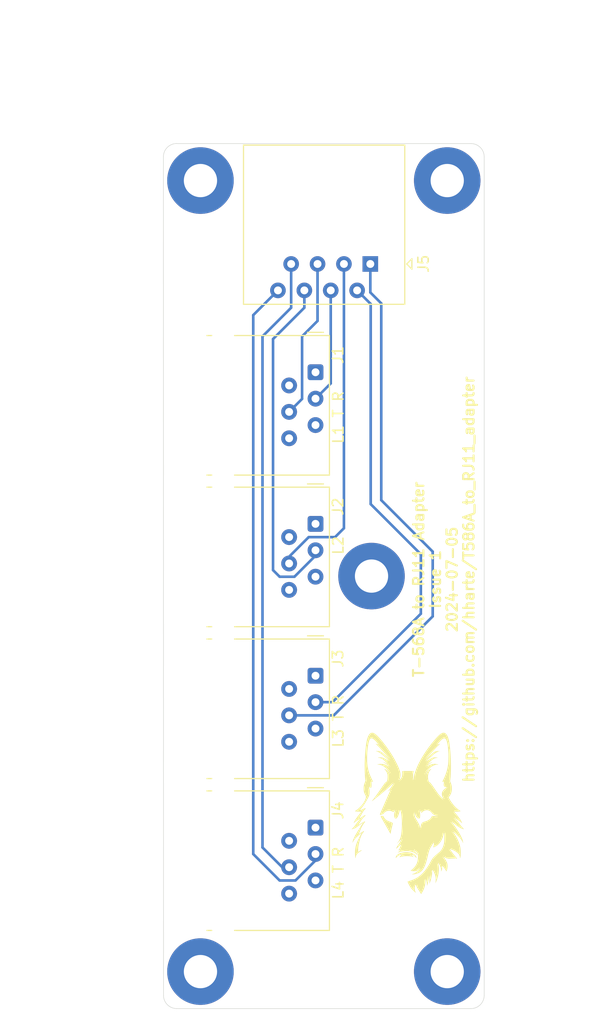
<source format=kicad_pcb>
(kicad_pcb (version 20240108) (generator "pcbnew") (generator_version "8.0")
  (title_block (title "T-568A to RJ11 Adapter") (date "2024-07-05") (rev "1") (company "Howard M. Harte") (comment 1 "https://github.com/hharte/T586A_to_RJ11_adapter"))
  (layers (0 "F.Cu" signal) (31 "B.Cu" signal) (34 "B.Paste" user) (35 "F.Paste" user) (36 "B.SilkS" user "B.Silkscreen") (37 "F.SilkS" user "F.Silkscreen") (38 "B.Mask" user) (39 "F.Mask" user) (44 "Edge.Cuts" user))
  (net 0 "")
  (net 1 "/BROWN_WH_RING")
  (net 2 "/GREEN_WH_RING")
  (net 3 "/WH_BLUE_TIP")
  (net 4 "/BLUE_WH_RING")
  (net 5 "/ORANGE_WH_RING")
  (net 6 "/WH_ORANGE_TIP")
  (net 7 "/WH_GREEN_TIP")
  (net 8 "/WH_BROWN_TIP")
  (footprint "Connector_RJ:RJ12_Amphenol_54601-x06_Horizontal" (layer "F.Cu") (at 98.11 105.733 -90)
    (property "Reference" "J3" (at -1.66 -2.16 90) (layer "F.SilkS"))
    (property "Value" "6P6C")
    (pad "" np_thru_hole circle (at -1.9 8.89 270) (size 3.25 3.25) (drill 3.25) (layers "*.Cu" "*.Mask"))
    (pad "" np_thru_hole circle (at 8.26 8.89 270) (size 3.25 3.25) (drill 3.25) (layers "*.Cu" "*.Mask"))
    (pad "1" thru_hole roundrect (at 0 0 270) (size 1.52 1.52) (drill 0.76) (layers "*.Cu" "*.Mask") (roundrect_rratio 0.1644736842))
    (pad "2" thru_hole circle (at 1.27 2.54 270) (size 1.52 1.52) (drill 0.76) (layers "*.Cu" "*.Mask"))
    (pad "3" thru_hole circle (at 2.54 0 270) (size 1.52 1.52) (drill 0.76) (layers "*.Cu" "*.Mask") (net 2 "/GREEN_WH_RING"))
    (pad "4" thru_hole circle (at 3.81 2.54 270) (size 1.52 1.52) (drill 0.76) (layers "*.Cu" "*.Mask") (net 7 "/WH_GREEN_TIP"))
    (pad "5" thru_hole circle (at 5.08 0 270) (size 1.52 1.52) (drill 0.76) (layers "*.Cu" "*.Mask"))
    (pad "6" thru_hole circle (at 6.35 2.54 270) (size 1.52 1.52) (drill 0.76) (layers "*.Cu" "*.Mask"))
  )
  (footprint "Connector_RJ:RJ12_Amphenol_54601-x06_Horizontal" (layer "F.Cu") (at 98.11 120.338 -90)
    (property "Reference" "J4" (at -1.66 -2.16 90) (layer "F.SilkS"))
    (property "Value" "6P6C")
    (pad "" np_thru_hole circle (at -1.9 8.89 270) (size 3.25 3.25) (drill 3.25) (layers "*.Cu" "*.Mask"))
    (pad "" np_thru_hole circle (at 8.26 8.89 270) (size 3.25 3.25) (drill 3.25) (layers "*.Cu" "*.Mask"))
    (pad "1" thru_hole roundrect (at 0 0 270) (size 1.52 1.52) (drill 0.76) (layers "*.Cu" "*.Mask") (roundrect_rratio 0.1644736842))
    (pad "2" thru_hole circle (at 1.27 2.54 270) (size 1.52 1.52) (drill 0.76) (layers "*.Cu" "*.Mask"))
    (pad "3" thru_hole circle (at 2.54 0 270) (size 1.52 1.52) (drill 0.76) (layers "*.Cu" "*.Mask") (net 1 "/BROWN_WH_RING"))
    (pad "4" thru_hole circle (at 3.81 2.54 270) (size 1.52 1.52) (drill 0.76) (layers "*.Cu" "*.Mask") (net 8 "/WH_BROWN_TIP"))
    (pad "5" thru_hole circle (at 5.08 0 270) (size 1.52 1.52) (drill 0.76) (layers "*.Cu" "*.Mask"))
    (pad "6" thru_hole circle (at 6.35 2.54 270) (size 1.52 1.52) (drill 0.76) (layers "*.Cu" "*.Mask"))
  )
  (footprint "MountingHole:MountingHole_3.2mm_M3_Pad" (layer "F.Cu") (at 110.787 58.113)
    (property "Reference" "H1" (hide yes))
    (property "Value" "MountingHole")
    (pad "1" thru_hole circle (at 0 0) (size 6.4 6.4) (drill 3.2) (layers "*.Cu" "*.Mask"))
  )
  (footprint "MountingHole:MountingHole_3.2mm_M3_Pad" (layer "F.Cu") (at 87.038 134.186)
    (property "Reference" "H4" (hide yes))
    (property "Value" "MountingHole")
    (pad "1" thru_hole circle (at 0 0) (size 6.4 6.4) (drill 3.2) (layers "*.Cu" "*.Mask"))
  )
  (footprint "MountingHole:MountingHole_3.2mm_M3_Pad" (layer "F.Cu") (at 110.787 134.186)
    (property "Reference" "H2" (hide yes))
    (property "Value" "MountingHole")
    (pad "1" thru_hole circle (at 0 0) (size 6.4 6.4) (drill 3.2) (layers "*.Cu" "*.Mask"))
  )
  (footprint "Connector_RJ:RJ12_Amphenol_54601-x06_Horizontal" (layer "F.Cu") (at 98.11 76.547 -90)
    (property "Reference" "J1" (at -1.66 -2.16 90) (layer "F.SilkS"))
    (property "Value" "6P6C")
    (pad "" np_thru_hole circle (at -1.9 8.89 270) (size 3.25 3.25) (drill 3.25) (layers "*.Cu" "*.Mask"))
    (pad "" np_thru_hole circle (at 8.26 8.89 270) (size 3.25 3.25) (drill 3.25) (layers "*.Cu" "*.Mask"))
    (pad "1" thru_hole roundrect (at 0 0 270) (size 1.52 1.52) (drill 0.76) (layers "*.Cu" "*.Mask") (roundrect_rratio 0.1644736842))
    (pad "2" thru_hole circle (at 1.27 2.54 270) (size 1.52 1.52) (drill 0.76) (layers "*.Cu" "*.Mask"))
    (pad "3" thru_hole circle (at 2.54 0 270) (size 1.52 1.52) (drill 0.76) (layers "*.Cu" "*.Mask") (net 4 "/BLUE_WH_RING"))
    (pad "4" thru_hole circle (at 3.81 2.54 270) (size 1.52 1.52) (drill 0.76) (layers "*.Cu" "*.Mask") (net 3 "/WH_BLUE_TIP"))
    (pad "5" thru_hole circle (at 5.08 0 270) (size 1.52 1.52) (drill 0.76) (layers "*.Cu" "*.Mask"))
    (pad "6" thru_hole circle (at 6.35 2.54 270) (size 1.52 1.52) (drill 0.76) (layers "*.Cu" "*.Mask"))
  )
  (footprint "Connector_RJ:RJ12_Amphenol_54601-x06_Horizontal" (layer "F.Cu") (at 98.11 91.128 -90)
    (property "Reference" "J2" (at -1.66 -2.16 90) (layer "F.SilkS"))
    (property "Value" "6P6C")
    (pad "" np_thru_hole circle (at -1.9 8.89 270) (size 3.25 3.25) (drill 3.25) (layers "*.Cu" "*.Mask"))
    (pad "" np_thru_hole circle (at 8.26 8.89 270) (size 3.25 3.25) (drill 3.25) (layers "*.Cu" "*.Mask"))
    (pad "1" thru_hole roundrect (at 0 0 270) (size 1.52 1.52) (drill 0.76) (layers "*.Cu" "*.Mask") (roundrect_rratio 0.1644736842))
    (pad "2" thru_hole circle (at 1.27 2.54 270) (size 1.52 1.52) (drill 0.76) (layers "*.Cu" "*.Mask"))
    (pad "3" thru_hole circle (at 2.54 0 270) (size 1.52 1.52) (drill 0.76) (layers "*.Cu" "*.Mask") (net 5 "/ORANGE_WH_RING"))
    (pad "4" thru_hole circle (at 3.81 2.54 270) (size 1.52 1.52) (drill 0.76) (layers "*.Cu" "*.Mask") (net 6 "/WH_ORANGE_TIP"))
    (pad "5" thru_hole circle (at 5.08 0 270) (size 1.52 1.52) (drill 0.76) (layers "*.Cu" "*.Mask"))
    (pad "6" thru_hole circle (at 6.35 2.54 270) (size 1.52 1.52) (drill 0.76) (layers "*.Cu" "*.Mask"))
  )
  (footprint "Connector_RJ:RJ45_Amphenol_54602-x08_Horizontal" (layer "F.Cu") (at 103.3855 66.134 180)
    (property "Reference" "J5" (at -5.1155 0.02 90) (layer "F.SilkS"))
    (property "Value" "8P8C")
    (pad "" np_thru_hole circle (at -1.27 6.35 180) (size 3.2 3.2) (drill 3.2) (layers "*.Cu" "*.Mask"))
    (pad "" np_thru_hole circle (at 10.16 6.35 180) (size 3.2 3.2) (drill 3.2) (layers "*.Cu" "*.Mask"))
    (pad "1" thru_hole rect (at 0 0 180) (size 1.5 1.5) (drill 0.76) (layers "*.Cu" "*.Mask") (net 7 "/WH_GREEN_TIP"))
    (pad "2" thru_hole circle (at 1.27 -2.54 180) (size 1.5 1.5) (drill 0.76) (layers "*.Cu" "*.Mask") (net 2 "/GREEN_WH_RING"))
    (pad "3" thru_hole circle (at 2.54 0 180) (size 1.5 1.5) (drill 0.76) (layers "*.Cu" "*.Mask") (net 6 "/WH_ORANGE_TIP"))
    (pad "4" thru_hole circle (at 3.81 -2.54 180) (size 1.5 1.5) (drill 0.76) (layers "*.Cu" "*.Mask") (net 4 "/BLUE_WH_RING"))
    (pad "5" thru_hole circle (at 5.08 0 180) (size 1.5 1.5) (drill 0.76) (layers "*.Cu" "*.Mask") (net 3 "/WH_BLUE_TIP"))
    (pad "6" thru_hole circle (at 6.35 -2.54 180) (size 1.5 1.5) (drill 0.76) (layers "*.Cu" "*.Mask") (net 5 "/ORANGE_WH_RING"))
    (pad "7" thru_hole circle (at 7.62 0 180) (size 1.5 1.5) (drill 0.76) (layers "*.Cu" "*.Mask") (net 8 "/WH_BROWN_TIP"))
    (pad "8" thru_hole circle (at 8.89 -2.54 180) (size 1.5 1.5) (drill 0.76) (layers "*.Cu" "*.Mask") (net 1 "/BROWN_WH_RING"))
  )
  (footprint "MountingHole:MountingHole_3.2mm_M3_Pad" (layer "F.Cu") (at 103.5 96.1495)
    (property "Reference" "H5" (hide yes))
    (property "Value" "MountingHole")
    (pad "1" thru_hole circle (at 0 0) (size 6.4 6.4) (drill 3.2) (layers "*.Cu" "*.Mask"))
  )
  (footprint "MountingHole:MountingHole_3.2mm_M3_Pad" (layer "F.Cu") (at 87.038 58.113)
    (property "Reference" "H3" (hide yes))
    (property "Value" "MountingHole")
    (pad "1" thru_hole circle (at 0 0) (size 6.4 6.4) (drill 3.2) (layers "*.Cu" "*.Mask"))
  )
  (footprint "Library:Deena" (layer "F.Cu") (at 106.977 119.073)
    (property "Reference" "Deena" (hide yes))
    (property "Value" "LOGO" (hide yes))
  )
  (gr_line (start 83.472974 55.836026) (end 83.482 136.472) (stroke (width 0.05)) (layer "Edge.Cuts"))
  (gr_arc (start 114.343 136.472) (mid 113.971026 137.370026) (end 113.073 137.742) (stroke (width 0.05)) (layer "Edge.Cuts"))
  (gr_line (start 113.073 54.557) (end 84.752 54.557) (stroke (width 0.05)) (layer "Edge.Cuts"))
  (gr_arc (start 83.472975 55.836026) (mid 83.844385 54.925767) (end 84.752 54.547943) (stroke (width 0.05)) (layer "Edge.Cuts"))
  (gr_line (start 114.343 136.472) (end 114.343 55.827) (stroke (width 0.05)) (layer "Edge.Cuts"))
  (gr_arc (start 84.752 137.742) (mid 83.853974 137.370026) (end 83.482 136.472) (stroke (width 0.05)) (layer "Edge.Cuts"))
  (gr_line (start 84.752 137.742) (end 113.073 137.742) (stroke (width 0.05)) (layer "Edge.Cuts"))
  (gr_arc (start 113.073 54.557) (mid 113.971026 54.928974) (end 114.343 55.827) (stroke (width 0.05)) (layer "Edge.Cuts"))
  (gr_text "L1 T R" (at 100.881 83.513 90) (layer "F.SilkS") (effects (font (size 1 1)) (justify left bottom)))
  (gr_text "L4 T R" (at 100.881 127.328 90) (layer "F.SilkS") (effects (font (size 1 1)) (justify left bottom)))
  (gr_text "T-568A to RJ11 Adapter\nIssue 1\n2024-07-05\nhttps://github.com/hharte/T586A_to_RJ11_adapter" (at 113.454 96.467 90) (layer "F.SilkS") (effects (font (size 1 1) (thickness 0.2) (bold yes)) (justify bottom)))
  (gr_text "L3 T R" (at 100.881 112.723 90) (layer "F.SilkS") (effects (font (size 1 1)) (justify left bottom)))
  (gr_text "L2" (at 100.881 94.181 90) (layer "F.SilkS") (effects (font (size 1 1)) (justify left bottom)))
  (segment (start 98.11 123.495) (end 96.182 125.423) (width 0.25) (layer "B.Cu") (net 1))
  (segment (start 92.118 71.0515) (end 94.4955 68.674) (width 0.25) (layer "B.Cu") (net 1))
  (segment (start 94.658 125.423) (end 92.118 122.883) (width 0.25) (layer "B.Cu") (net 1))
  (segment (start 96.182 125.423) (end 94.658 125.423) (width 0.25) (layer "B.Cu") (net 1))
  (segment (start 98.11 122.878) (end 98.11 123.495) (width 0.25) (layer "B.Cu") (net 1))
  (segment (start 92.118 122.883) (end 92.118 71.0515) (width 0.25) (layer "B.Cu") (net 1))
  (segment (start 102.1155 68.674) (end 103.421 69.9795) (width 0.25) (layer "B.Cu") (net 2))
  (segment (start 103.421 69.9795) (end 103.421 89.228) (width 0.25) (layer "B.Cu") (net 2))
  (segment (start 103.421 89.228) (end 108.247 94.054) (width 0.25) (layer "B.Cu") (net 2))
  (segment (start 99.743 108.273) (end 98.11 108.273) (width 0.25) (layer "B.Cu") (net 2))
  (segment (start 108.247 99.769) (end 99.743 108.273) (width 0.25) (layer "B.Cu") (net 2))
  (segment (start 108.247 94.054) (end 108.247 99.769) (width 0.25) (layer "B.Cu") (net 2))
  (segment (start 96.817 79.11) (end 95.57 80.357) (width 0.25) (layer "B.Cu") (net 3))
  (segment (start 98.3055 71.6105) (end 96.817 73.099) (width 0.25) (layer "B.Cu") (net 3))
  (segment (start 96.817 73.099) (end 96.817 79.11) (width 0.25) (layer "B.Cu") (net 3))
  (segment (start 98.3055 66.134) (end 98.3055 71.6105) (width 0.25) (layer "B.Cu") (net 3))
  (segment (start 99.5755 77.6215) (end 98.11 79.087) (width 0.25) (layer "B.Cu") (net 4))
  (segment (start 99.5755 68.674) (end 99.5755 77.6215) (width 0.25) (layer "B.Cu") (net 4))
  (segment (start 96.083 96.213) (end 98.11 94.186) (width 0.25) (layer "B.Cu") (net 5))
  (segment (start 98.11 94.186) (end 98.11 93.668) (width 0.25) (layer "B.Cu") (net 5))
  (segment (start 94.023 95.578) (end 94.658 96.213) (width 0.25) (layer "B.Cu") (net 5))
  (segment (start 94.023 73.353) (end 94.023 95.578) (width 0.25) (layer "B.Cu") (net 5))
  (segment (start 97.0355 68.674) (end 97.0355 70.3405) (width 0.25) (layer "B.Cu") (net 5))
  (segment (start 94.658 96.213) (end 96.083 96.213) (width 0.25) (layer "B.Cu") (net 5))
  (segment (start 97.0355 70.3405) (end 94.023 73.353) (width 0.25) (layer "B.Cu") (net 5))
  (segment (start 100.8455 91.5495) (end 99.992 92.403) (width 0.25) (layer "B.Cu") (net 6))
  (segment (start 95.57 94.285) (end 95.57 94.938) (width 0.25) (layer "B.Cu") (net 6))
  (segment (start 97.452 92.403) (end 95.57 94.285) (width 0.25) (layer "B.Cu") (net 6))
  (segment (start 100.8455 66.134) (end 100.8455 91.5495) (width 0.25) (layer "B.Cu") (net 6))
  (segment (start 99.992 92.403) (end 97.452 92.403) (width 0.25) (layer "B.Cu") (net 6))
  (segment (start 109.39 93.8) (end 109.39 100.023) (width 0.25) (layer "B.Cu") (net 7))
  (segment (start 104.437 69.924) (end 104.437 88.847) (width 0.25) (layer "B.Cu") (net 7))
  (segment (start 103.3855 66.134) (end 103.3855 68.8725) (width 0.25) (layer "B.Cu") (net 7))
  (segment (start 109.39 100.023) (end 99.87 109.543) (width 0.25) (layer "B.Cu") (net 7))
  (segment (start 103.3855 68.8725) (end 104.437 69.924) (width 0.25) (layer "B.Cu") (net 7))
  (segment (start 104.437 88.847) (end 109.39 93.8) (width 0.25) (layer "B.Cu") (net 7))
  (segment (start 99.87 109.543) (end 95.57 109.543) (width 0.25) (layer "B.Cu") (net 7))
  (segment (start 95.7655 66.134) (end 95.7655 70.3405) (width 0.25) (layer "B.Cu") (net 8))
  (segment (start 95.7655 70.3405) (end 93.007 73.099) (width 0.25) (layer "B.Cu") (net 8))
  (segment (start 93.007 122.248) (end 94.907 124.148) (width 0.25) (layer "B.Cu") (net 8))
  (segment (start 94.907 124.148) (end 95.57 124.148) (width 0.25) (layer "B.Cu") (net 8))
  (segment (start 93.007 73.099) (end 93.007 122.248) (width 0.25) (layer "B.Cu") (net 8))
)
</source>
